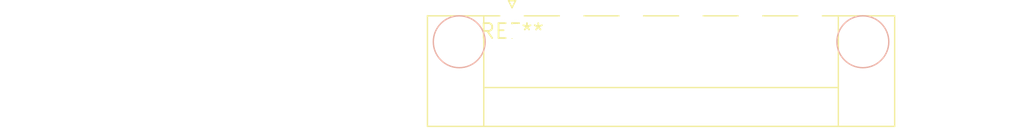
<source format=kicad_pcb>
(kicad_pcb (version 20240108) (generator pcbnew)
  (layers (0 "F.Cu" signal) (31 "B.Cu" signal) (34 "B.Paste" user) (35 "F.Paste" user) (36 "B.SilkS" user "B.Silkscreen") (37 "F.SilkS" user "F.Silkscreen") (38 "B.Mask" user) (39 "F.Mask" user) (44 "Edge.Cuts" user))
  (net 0 "")
  (footprint "PhoenixContact_MC_1,5_6-GF-5.08_1x06_P5.08mm_Horizontal_ThreadedFlange_MountHole" (layer "F.Cu") (at 0 0)
    (property "Reference" "REF**")
    (property "Value" "PhoenixContact_MC_1,5_6-GF-5.08_1x06_P5.08mm_Horizontal_ThreadedFlange_MountHole")
    (fp_circle (center -4.5 0.9) (end -2.29 0.9) (layer "B.SilkS") (stroke (width 0.12)) (fill none))
    (fp_circle (center 29.9 0.9) (end 32.11 0.9) (layer "B.SilkS") (stroke (width 0.12)) (fill none))
    (fp_line (start -7.21 -1.31) (end -7.21 8.11) (layer "F.SilkS") (stroke (width 0.12)))
    (fp_line (start -7.21 -1.31) (end -1.05 -1.31) (layer "F.SilkS") (stroke (width 0.12)))
    (fp_line (start -7.21 8.11) (end 32.61 8.11) (layer "F.SilkS") (stroke (width 0.12)))
    (fp_line (start -2.41 -1.31) (end -2.41 8.11) (layer "F.SilkS") (stroke (width 0.12)))
    (fp_line (start -2.41 4.8) (end 27.81 4.8) (layer "F.SilkS") (stroke (width 0.12)))
    (fp_line (start -0.3 -2.6) (end 0.3 -2.6) (layer "F.SilkS") (stroke (width 0.12)))
    (fp_line (start 0 -2) (end -0.3 -2.6) (layer "F.SilkS") (stroke (width 0.12)))
    (fp_line (start 0.3 -2.6) (end 0 -2) (layer "F.SilkS") (stroke (width 0.12)))
    (fp_line (start 1.05 -1.31) (end 4.03 -1.31) (layer "F.SilkS") (stroke (width 0.12)))
    (fp_line (start 6.13 -1.31) (end 9.11 -1.31) (layer "F.SilkS") (stroke (width 0.12)))
    (fp_line (start 11.21 -1.31) (end 14.19 -1.31) (layer "F.SilkS") (stroke (width 0.12)))
    (fp_line (start 16.29 -1.31) (end 19.27 -1.31) (layer "F.SilkS") (stroke (width 0.12)))
    (fp_line (start 21.37 -1.31) (end 24.35 -1.31) (layer "F.SilkS") (stroke (width 0.12)))
    (fp_line (start 27.81 -1.31) (end 27.81 8.11) (layer "F.SilkS") (stroke (width 0.12)))
    (fp_line (start 32.61 -1.31) (end 26.45 -1.31) (layer "F.SilkS") (stroke (width 0.12)))
    (fp_line (start 32.61 8.11) (end 32.61 -1.31) (layer "F.SilkS") (stroke (width 0.12)))
    (pad "" np_thru_hole circle (at -4.5 0.9) (size 2.4 2.4) (drill 2.4) (layers *.Cu *.Mask))
    (pad "" np_thru_hole circle (at 29.9 0.9) (size 2.4 2.4) (drill 2.4) (layers *.Cu *.Mask))
    (pad "1" thru_hole roundrect (at 0 0) (size 1.8 3.6) (drill 1.2) (layers *.Cu *.Mask) (remove_unused_layers) (roundrect_rratio 0.138889))
    (pad "2" thru_hole oval (at 5.08 0) (size 1.8 3.6) (drill 1.2) (layers *.Cu *.Mask) (remove_unused_layers))
    (pad "3" thru_hole oval (at 10.16 0) (size 1.8 3.6) (drill 1.2) (layers *.Cu *.Mask) (remove_unused_layers))
    (pad "4" thru_hole oval (at 15.24 0) (size 1.8 3.6) (drill 1.2) (layers *.Cu *.Mask) (remove_unused_layers))
    (pad "5" thru_hole oval (at 20.32 0) (size 1.8 3.6) (drill 1.2) (layers *.Cu *.Mask) (remove_unused_layers))
    (pad "6" thru_hole oval (at 25.4 0) (size 1.8 3.6) (drill 1.2) (layers *.Cu *.Mask) (remove_unused_layers))
  )
)
</source>
